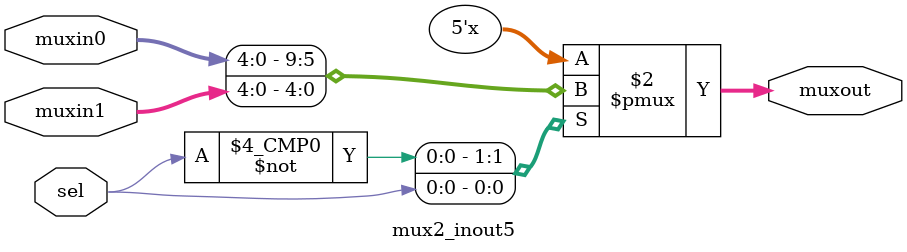
<source format=v>
`timescale 1ns / 1ps
module mux2_inout5(
    input [4:0] muxin0,
    input [4:0] muxin1,
    output reg [4:0] muxout,
    input sel
    );

always @(*) begin
	
	case(sel)
		1'b0: muxout = muxin0;
		1'b1: muxout = muxin1;
	endcase
	
end

endmodule

</source>
